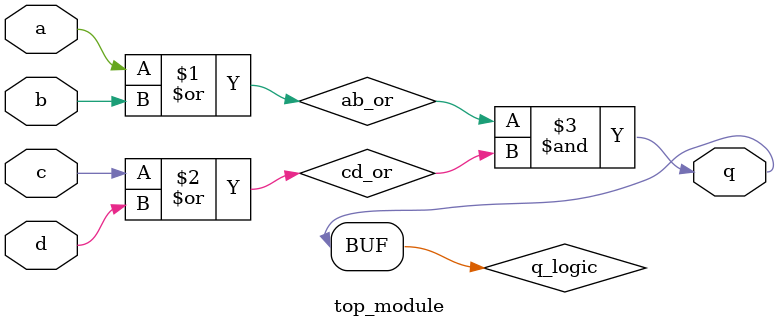
<source format=sv>
module top_module (
    input a,
    input b,
    input c,
    input d,
    output q
);

    // Declare intermediate wires for OR operation
    wire ab_or;
    wire cd_or;

    // Declare intermediate wire for AND operation
    wire q_logic;

    // Assign intermediate wires
    assign ab_or = a | b;
    assign cd_or = c | d;
    assign q_logic = ab_or & cd_or;

    // Assign output
    assign q = q_logic;

endmodule

</source>
